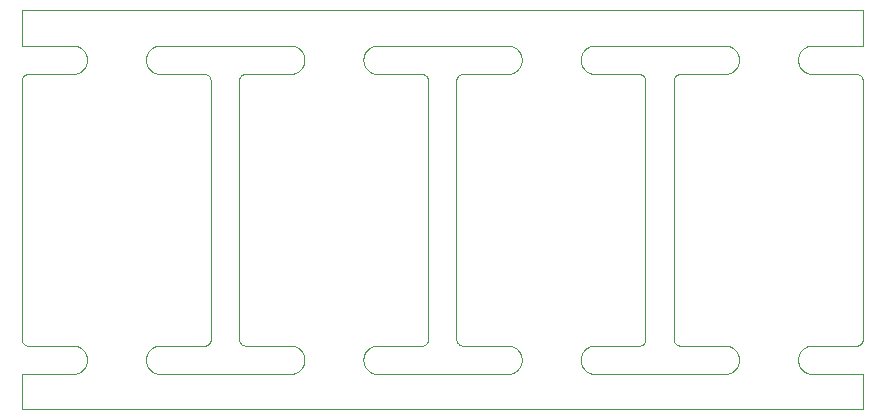
<source format=gko>
G04 #@! TF.GenerationSoftware,KiCad,Pcbnew,(6.0.6)*
G04 #@! TF.CreationDate,2022-08-31T11:07:13-07:00*
G04 #@! TF.ProjectId,kikit_panel,6b696b69-745f-4706-916e-656c2e6b6963,rev?*
G04 #@! TF.SameCoordinates,Original*
G04 #@! TF.FileFunction,Profile,NP*
%FSLAX46Y46*%
G04 Gerber Fmt 4.6, Leading zero omitted, Abs format (unit mm)*
G04 Created by KiCad (PCBNEW (6.0.6)) date 2022-08-31 11:07:13*
%MOMM*%
%LPD*%
G01*
G04 APERTURE LIST*
G04 #@! TA.AperFunction,Profile*
%ADD10C,0.100000*%
G04 #@! TD*
G04 APERTURE END LIST*
D10*
X51805847Y-20918626D02*
X51804335Y-20948257D01*
X85938241Y-43343321D02*
X85981708Y-43317764D01*
X20530313Y-44668390D02*
X20526016Y-44726640D01*
X80743483Y-19073359D02*
X80750632Y-19015391D01*
X80807315Y-45010897D02*
X80788993Y-44955437D01*
X37802140Y-18001436D02*
X37860390Y-18005733D01*
X80971935Y-43881119D02*
X81007869Y-43835073D01*
X57195233Y-44029039D02*
X57221494Y-44081210D01*
X51825794Y-20807334D02*
X51813056Y-20862227D01*
X30754299Y-43331093D02*
X30776131Y-43317485D01*
X44048005Y-45118789D02*
X44024336Y-45065392D01*
X44462623Y-18200553D02*
X44511969Y-18169305D01*
X38764444Y-43978219D02*
X38793233Y-44029039D01*
X33411056Y-42937772D02*
X33423794Y-42992665D01*
X15001937Y-15004355D02*
X15000000Y-15014726D01*
X37743627Y-45800000D02*
X26721872Y-45800000D01*
X30909023Y-20652413D02*
X30875670Y-20606992D01*
X26721872Y-43400000D02*
X30493689Y-43400000D01*
X20096676Y-45529880D02*
X20050630Y-45565814D01*
X26489593Y-18022868D02*
X26547141Y-18012882D01*
X62337186Y-44531609D02*
X62341483Y-44473359D01*
X33411056Y-20862227D02*
X33403847Y-20918626D01*
X26663359Y-45798563D02*
X26605109Y-45794266D01*
X15185406Y-20544844D02*
X15164427Y-20564785D01*
X75389204Y-43748545D02*
X75429479Y-43790846D01*
X67713023Y-20652413D02*
X67679670Y-20606992D01*
X25840020Y-20009153D02*
X25801869Y-19964926D01*
X38252539Y-45685744D02*
X38199142Y-45709413D01*
X20331196Y-45271126D02*
X20297564Y-45318880D01*
X38404876Y-43600553D02*
X38452630Y-43634185D01*
X75623494Y-44081210D02*
X75647163Y-44134607D01*
X25732303Y-45271126D02*
X25701055Y-45221780D01*
X26663359Y-20398563D02*
X26605109Y-20394266D01*
X15252413Y-43307023D02*
X15276977Y-43322334D01*
X70283922Y-20676540D02*
X70257575Y-20726925D01*
X52238867Y-20414679D02*
X52184196Y-20430296D01*
X62605869Y-18435073D02*
X62644020Y-18390846D01*
X38793233Y-45170960D02*
X38764444Y-45221780D01*
X38843163Y-18734607D02*
X38864184Y-18789102D01*
X20183204Y-18348545D02*
X20223479Y-18390846D01*
X57300084Y-18900854D02*
X57312881Y-18957843D01*
X20362444Y-43978219D02*
X20391233Y-44029039D01*
X30725459Y-20477922D02*
X30675074Y-20451575D01*
X63409109Y-20394266D02*
X63351141Y-20387117D01*
X33442160Y-20753524D02*
X33423794Y-20807334D01*
X20223479Y-20009153D02*
X20183204Y-20051454D01*
X74779906Y-18022868D02*
X74836895Y-18035665D01*
X85638899Y-20400000D02*
X81927872Y-20400000D01*
X43956618Y-19442156D02*
X43946632Y-19384608D01*
X51834459Y-43020282D02*
X51855363Y-43072614D01*
X80907055Y-45221780D02*
X80878266Y-45170960D01*
X57284506Y-19555437D02*
X57266184Y-19610897D01*
X38355530Y-18169305D02*
X38404876Y-18200553D01*
X38928016Y-44726640D02*
X38920867Y-44784608D01*
X81366789Y-18140516D02*
X81418960Y-18114255D01*
X44414869Y-20165814D02*
X44368823Y-20129880D01*
X52294335Y-20404737D02*
X52238867Y-20414679D01*
X20417494Y-44081210D02*
X20441163Y-44134607D01*
X75003142Y-20309413D02*
X74948647Y-20330434D01*
X62371415Y-18900854D02*
X62386993Y-18844562D01*
X67795919Y-42990066D02*
X67802315Y-42940049D01*
X49218593Y-20544844D02*
X49174511Y-20508932D01*
X57101564Y-19918880D02*
X57065630Y-19964926D01*
X30564636Y-43395814D02*
X30590066Y-43391919D01*
X38032895Y-20364334D02*
X37975906Y-20377131D01*
X75737750Y-44590122D02*
X75736313Y-44668390D01*
X30950636Y-20727385D02*
X30937889Y-20701399D01*
X80971935Y-19918880D02*
X80938303Y-19871126D01*
X86210991Y-20973787D02*
X86203326Y-20890838D01*
X81418960Y-18114255D02*
X81472357Y-18090586D01*
X57027479Y-20009153D02*
X56987204Y-20051454D01*
X86196273Y-15000000D02*
X15009867Y-15000116D01*
X37918358Y-20387117D02*
X37860390Y-20394266D01*
X30590066Y-43391919D02*
X30638691Y-43380635D01*
X45065359Y-18001436D02*
X45123872Y-18000000D01*
X30991919Y-42990066D02*
X30998315Y-42940049D01*
X49040691Y-43380635D02*
X49065237Y-43372933D01*
X80878266Y-19770960D02*
X80852005Y-19718789D01*
X56320358Y-20387117D02*
X56262390Y-20394266D01*
X33466110Y-43098600D02*
X33494697Y-43147163D01*
X20441163Y-18734607D02*
X20462184Y-18789102D01*
X62337186Y-19268390D02*
X62335750Y-19209877D01*
X26212960Y-43514255D02*
X26266357Y-43490586D01*
X81418960Y-45685744D02*
X81366789Y-45659483D01*
X15326925Y-43348424D02*
X15379717Y-43369540D01*
X80750632Y-19384608D02*
X80743483Y-19326640D01*
X15040348Y-20753053D02*
X15030296Y-20780196D01*
X56806876Y-18200553D02*
X56854630Y-18234185D01*
X37743627Y-20400000D02*
X33969332Y-20400000D01*
X37918358Y-18012882D02*
X37975906Y-18022868D01*
X75056539Y-43514255D02*
X75108710Y-43540516D01*
X19341627Y-20400000D02*
X15568736Y-20400000D01*
X52294335Y-43395262D02*
X52323131Y-43398190D01*
X15005617Y-48798818D02*
X15014726Y-48800000D01*
X19953530Y-18169305D02*
X20002876Y-18200553D01*
X19458390Y-45794266D02*
X19400140Y-45798563D01*
X37975906Y-20377131D02*
X37918358Y-20387117D01*
X81086295Y-20051454D02*
X81046020Y-20009153D01*
X70227794Y-42992665D02*
X70236459Y-43020282D01*
X19797142Y-18090586D02*
X19850539Y-18114255D01*
X75003142Y-18090586D02*
X75056539Y-18114255D01*
X63180312Y-18051243D02*
X63236604Y-18035665D01*
X80807315Y-18789102D02*
X80828336Y-18734607D01*
X33423794Y-20807334D02*
X33411056Y-20862227D01*
X44614960Y-45685744D02*
X44562789Y-45659483D01*
X26109969Y-43569305D02*
X26160789Y-43540516D01*
X70201000Y-36840185D02*
X70201000Y-42824305D01*
X43956618Y-44357843D02*
X43969415Y-44300854D01*
X20362444Y-45221780D02*
X20331196Y-45271126D01*
X15462227Y-20409056D02*
X15407334Y-20421794D01*
X33678977Y-43322334D02*
X33728925Y-43348424D01*
X38699564Y-43881119D02*
X38733196Y-43928873D01*
X19458390Y-20394266D02*
X19400140Y-20398563D01*
X62405315Y-44189102D02*
X62426336Y-44134607D01*
X56654539Y-18114255D02*
X56706710Y-18140516D01*
X38663630Y-43835073D02*
X38699564Y-43881119D01*
X30710054Y-43354205D02*
X30754299Y-43331093D01*
X62964789Y-20259483D02*
X62913969Y-20230694D01*
X25601315Y-19610897D02*
X25582993Y-19555437D01*
X81266623Y-43600553D02*
X81315969Y-43569305D01*
X26266357Y-18090586D02*
X26320852Y-18069565D01*
X20526016Y-19073359D02*
X20530313Y-19131609D01*
X45007109Y-18005733D02*
X45065359Y-18001436D01*
X26266357Y-43490586D02*
X26320852Y-43469565D01*
X43984993Y-44244562D02*
X44003315Y-44189102D01*
X75568444Y-19821780D02*
X75537196Y-19871126D01*
X38663630Y-45364926D02*
X38625479Y-45409153D01*
X70207847Y-20918626D02*
X70206335Y-20948257D01*
X44074266Y-19770960D02*
X44048005Y-19718789D01*
X67394066Y-43391919D02*
X67442691Y-43380635D01*
X56320358Y-45787117D02*
X56262390Y-45794266D01*
X15030296Y-20780196D02*
X15014793Y-20834374D01*
X67804943Y-20933062D02*
X67801262Y-20890335D01*
X15064110Y-43098600D02*
X15092697Y-43147163D01*
X38733196Y-18528873D02*
X38764444Y-18578219D01*
X70458836Y-20492697D02*
X70412992Y-20526329D01*
X38355530Y-43569305D02*
X38404876Y-43600553D01*
X25646005Y-44081210D02*
X25672266Y-44029039D01*
X81007869Y-19964926D02*
X80971935Y-19918880D01*
X33403847Y-20918626D02*
X33402335Y-20948257D01*
X51913232Y-20629080D02*
X51881922Y-20676540D01*
X38699564Y-18481119D02*
X38733196Y-18528873D01*
X26432604Y-20364334D02*
X26376312Y-20348756D01*
X80971935Y-45318880D02*
X80938303Y-45271126D01*
X57166444Y-43978219D02*
X57195233Y-44029039D01*
X75537196Y-18528873D02*
X75568444Y-18578219D01*
X85828282Y-20430459D02*
X85800665Y-20421794D01*
X81128596Y-45491729D02*
X81086295Y-45451454D01*
X81218869Y-43634185D02*
X81266623Y-43600553D01*
X44511969Y-20230694D02*
X44462623Y-20199446D01*
X86137093Y-43154299D02*
X86160417Y-43109593D01*
X26663359Y-43401436D02*
X26721872Y-43400000D01*
X48885373Y-20401847D02*
X48834899Y-20400000D01*
X57322867Y-19015391D02*
X57330016Y-19073359D01*
X20518867Y-19015391D02*
X20526016Y-19073359D01*
X62816869Y-45565814D02*
X62770823Y-45529880D01*
X75714881Y-44357843D02*
X75724867Y-44415391D01*
X49352636Y-20727385D02*
X49339889Y-20701399D01*
X86207039Y-45802229D02*
X86203077Y-45800356D01*
X15014793Y-20834374D02*
X15004673Y-20890838D01*
X38452630Y-20165814D02*
X38404876Y-20199446D01*
X15327385Y-20451363D02*
X15301399Y-20464110D01*
X86167839Y-20753524D02*
X86156424Y-20726925D01*
X67803996Y-42894249D02*
X67801000Y-36900299D01*
X80852005Y-18681210D02*
X80878266Y-18629039D01*
X75429479Y-43790846D02*
X75467630Y-43835073D01*
X20297564Y-45318880D02*
X20261630Y-45364926D01*
X56434895Y-45764334D02*
X56377906Y-45777131D01*
X52323831Y-20401737D02*
X52294335Y-20404737D01*
X44282295Y-45451454D02*
X44242020Y-45409153D01*
X74664390Y-20394266D02*
X74606140Y-20398563D01*
X26547141Y-18012882D02*
X26605109Y-18005733D01*
X81046020Y-20009153D02*
X81007869Y-19964926D01*
X57135196Y-45271126D02*
X57101564Y-45318880D01*
X62341483Y-19326640D02*
X62337186Y-19268390D01*
X75302676Y-43670119D02*
X75346903Y-43708270D01*
X26109969Y-45630694D02*
X26060623Y-45599446D01*
X81811109Y-45794266D02*
X81753141Y-45787117D01*
X48996665Y-20421794D02*
X48941273Y-20408967D01*
X44134303Y-18528873D02*
X44167935Y-18481119D01*
X20096676Y-18270119D02*
X20140903Y-18308270D01*
X62476266Y-45170960D02*
X62450005Y-45118789D01*
X62913969Y-18169305D02*
X62964789Y-18140516D01*
X75208876Y-18200553D02*
X75256630Y-18234185D01*
X38898084Y-44899145D02*
X38882506Y-44955437D01*
X38252539Y-18114255D02*
X38304710Y-18140516D01*
X38864184Y-44189102D02*
X38882506Y-44244562D01*
X25554618Y-44842156D02*
X25544632Y-44784608D01*
X86081670Y-20606992D02*
X86062816Y-20585030D01*
X25544632Y-19015391D02*
X25554618Y-18957843D01*
X15014726Y-18000000D02*
X19341627Y-18000000D01*
X38199142Y-43490586D02*
X38252539Y-43514255D01*
X44778312Y-45748756D02*
X44722852Y-45730434D01*
X45065359Y-20398563D02*
X45007109Y-20394266D01*
X62450005Y-19718789D02*
X62426336Y-19665392D01*
X62450005Y-45118789D02*
X62426336Y-45065392D01*
X70612847Y-43378065D02*
X70640867Y-43385320D01*
X15000000Y-15014726D02*
X15000000Y-17985273D01*
X49239572Y-20564785D02*
X49218593Y-20544844D01*
X81218869Y-20165814D02*
X81172823Y-20129880D01*
X80938303Y-18528873D02*
X80971935Y-18481119D01*
X85981708Y-43317764D02*
X86002823Y-43303067D01*
X38404876Y-20199446D02*
X38355530Y-20230694D01*
X38882506Y-44244562D02*
X38898084Y-44300854D01*
X45007109Y-45794266D02*
X44949141Y-45787117D01*
X25567415Y-44300854D02*
X25582993Y-44244562D01*
X25840020Y-43790846D02*
X25880295Y-43748545D01*
X81128596Y-20091729D02*
X81086295Y-20051454D01*
X67791206Y-20834374D02*
X67775540Y-20779717D01*
X57221494Y-19718789D02*
X57195233Y-19770960D01*
X70559524Y-43359839D02*
X70612847Y-43378065D01*
X75346903Y-18308270D02*
X75389204Y-18348545D01*
X81869359Y-20398563D02*
X81811109Y-20394266D01*
X43984993Y-19555437D02*
X43969415Y-19499145D01*
X80907055Y-19821780D02*
X80878266Y-19770960D01*
X15379717Y-43369540D02*
X15407334Y-43378205D01*
X15108932Y-20629488D02*
X15077922Y-20676540D01*
X56262390Y-20394266D02*
X56204140Y-20398563D01*
X19516358Y-20387117D02*
X19458390Y-20394266D01*
X75737750Y-19190122D02*
X75736313Y-19268390D01*
X44368823Y-20129880D02*
X44324596Y-20091729D01*
X37860390Y-45794266D02*
X37802140Y-45798563D01*
X19953530Y-45630694D02*
X19902710Y-45659483D01*
X67426282Y-20430459D02*
X67398665Y-20421794D01*
X63467359Y-20398563D02*
X63409109Y-20394266D01*
X81695593Y-45777131D02*
X81638604Y-45764334D01*
X33479922Y-20676540D02*
X33453575Y-20726925D01*
X19850539Y-20285744D02*
X19797142Y-20309413D01*
X56491187Y-20348756D02*
X56434895Y-20364334D01*
X81315969Y-18169305D02*
X81366789Y-18140516D01*
X75256630Y-45565814D02*
X75208876Y-45599446D01*
X20462184Y-45010897D02*
X20441163Y-45065392D01*
X38404876Y-18200553D02*
X38452630Y-18234185D01*
X15007922Y-45800356D02*
X15003960Y-45802229D01*
X20140903Y-18308270D02*
X20183204Y-18348545D01*
X25966823Y-43670119D02*
X26012869Y-43634185D01*
X75714881Y-18957843D02*
X75724867Y-19015391D01*
X44891593Y-20377131D02*
X44834604Y-20364334D01*
X33969332Y-20400000D02*
X33921499Y-20401771D01*
X75623494Y-19718789D02*
X75597233Y-19770960D01*
X45007109Y-20394266D02*
X44949141Y-20387117D01*
X62684295Y-18348545D02*
X62726596Y-18308270D01*
X81128596Y-18308270D02*
X81172823Y-18270119D01*
X80739186Y-44531609D02*
X80743483Y-44473359D01*
X62964789Y-43540516D02*
X63016960Y-43514255D01*
X25544632Y-44415391D02*
X25554618Y-44357843D01*
X20223479Y-43790846D02*
X20261630Y-43835073D01*
X44614960Y-20285744D02*
X44562789Y-20259483D01*
X57221494Y-44081210D02*
X57245163Y-44134607D01*
X63180312Y-43451243D02*
X63236604Y-43435665D01*
X62386993Y-44244562D02*
X62405315Y-44189102D01*
X20496084Y-19499145D02*
X20480506Y-19555437D01*
X75302676Y-20129880D02*
X75256630Y-20165814D01*
X49289940Y-43216366D02*
X49319485Y-43176131D01*
X80971935Y-18481119D02*
X81007869Y-18435073D01*
X20297564Y-43881119D02*
X20331196Y-43928873D01*
X86203326Y-20890838D02*
X86193320Y-20834867D01*
X85745467Y-43398374D02*
X85795567Y-43392008D01*
X37918358Y-45787117D02*
X37860390Y-45794266D01*
X25880295Y-18348545D02*
X25922596Y-18308270D01*
X37860390Y-18005733D02*
X37918358Y-18012882D01*
X38252539Y-43514255D02*
X38304710Y-43540516D01*
X26212960Y-18114255D02*
X26266357Y-18090586D01*
X26605109Y-43405733D02*
X26663359Y-43401436D01*
X74893187Y-20348756D02*
X74836895Y-20364334D01*
X43946632Y-19015391D02*
X43956618Y-18957843D01*
X19516358Y-18012882D02*
X19573906Y-18022868D01*
X26489593Y-43422868D02*
X26547141Y-43412882D01*
X25966823Y-45529880D02*
X25922596Y-45491729D01*
X75108710Y-45659483D02*
X75056539Y-45685744D01*
X25701055Y-18578219D02*
X25732303Y-18528873D01*
X57312881Y-44357843D02*
X57322867Y-44415391D01*
X74547627Y-45800000D02*
X63525872Y-45800000D01*
X57166444Y-45221780D02*
X57135196Y-45271126D01*
X80743483Y-44473359D02*
X80750632Y-44415391D01*
X75056539Y-18114255D02*
X75108710Y-18140516D01*
X81266623Y-20199446D02*
X81218869Y-20165814D01*
X63409109Y-18005733D02*
X63467359Y-18001436D01*
X81472357Y-45709413D02*
X81418960Y-45685744D01*
X19687187Y-18051243D02*
X19742647Y-18069565D01*
X81638604Y-45764334D02*
X81582312Y-45748756D01*
X56987204Y-43748545D02*
X57027479Y-43790846D01*
X25701055Y-19821780D02*
X25672266Y-19770960D01*
X20050630Y-18234185D02*
X20096676Y-18270119D01*
X20531750Y-44609877D02*
X20530313Y-44668390D01*
X74606140Y-18001436D02*
X74664390Y-18005733D01*
X62644020Y-43790846D02*
X62684295Y-43748545D01*
X57065630Y-19964926D02*
X57027479Y-20009153D01*
X80852005Y-44081210D02*
X80878266Y-44029039D01*
X62644020Y-20009153D02*
X62605869Y-19964926D01*
X62476266Y-44029039D02*
X62505055Y-43978219D01*
X81128596Y-43708270D02*
X81172823Y-43670119D01*
X86210382Y-17993023D02*
X86211000Y-17985273D01*
X43933750Y-44609877D02*
X43935186Y-44531609D01*
X20480506Y-44955437D02*
X20462184Y-45010897D01*
X51804335Y-20948257D02*
X51801000Y-42826274D01*
X30943087Y-43132691D02*
X30954417Y-43109593D01*
X70215056Y-20862227D02*
X70207847Y-20918626D01*
X33703399Y-20464110D02*
X33654836Y-20492697D01*
X63180312Y-45748756D02*
X63124852Y-45730434D01*
X56491187Y-45748756D02*
X56434895Y-45764334D01*
X70215056Y-42937772D02*
X70227794Y-42992665D01*
X75732016Y-19326640D02*
X75724867Y-19384608D01*
X25531750Y-19209877D02*
X25533186Y-19131609D01*
X75647163Y-44134607D02*
X75668184Y-44189102D01*
X20526016Y-44726640D02*
X20518867Y-44784608D01*
X44614960Y-43514255D02*
X44668357Y-43490586D01*
X62770823Y-20129880D02*
X62726596Y-20091729D01*
X44167935Y-45318880D02*
X44134303Y-45271126D01*
X49389206Y-20834374D02*
X49373540Y-20779717D01*
X75724867Y-19015391D02*
X75732016Y-19073359D01*
X33836867Y-43385320D02*
X33892335Y-43395262D01*
X38793233Y-44029039D02*
X38819494Y-44081210D01*
X70640867Y-43385320D02*
X70696335Y-43395262D01*
X62450005Y-18681210D02*
X62476266Y-18629039D01*
X67679670Y-20606992D02*
X67641572Y-20564785D01*
X86002823Y-43303067D02*
X86041510Y-43271522D01*
X26605109Y-20394266D02*
X26547141Y-20387117D01*
X38304710Y-45659483D02*
X38252539Y-45685744D01*
X63124852Y-20330434D02*
X63070357Y-20309413D01*
X63351141Y-20387117D02*
X63293593Y-20377131D01*
X56706710Y-20259483D02*
X56654539Y-20285744D01*
X63293593Y-45777131D02*
X63236604Y-45764334D01*
X44891593Y-18022868D02*
X44949141Y-18012882D01*
X20096676Y-43670119D02*
X20140903Y-43708270D01*
X38843163Y-45065392D02*
X38819494Y-45118789D01*
X44511969Y-18169305D02*
X44562789Y-18140516D01*
X26060623Y-45599446D02*
X26012869Y-45565814D01*
X43946632Y-44784608D02*
X43939483Y-44726640D01*
X19630895Y-20364334D02*
X19573906Y-20377131D01*
X74547627Y-43400000D02*
X74606140Y-43401436D01*
X26109969Y-18169305D02*
X26160789Y-18140516D01*
X56854630Y-43634185D02*
X56900676Y-43670119D01*
X25567415Y-19499145D02*
X25554618Y-19442156D01*
X67721485Y-43176131D02*
X67747087Y-43132691D01*
X81315969Y-45630694D02*
X81266623Y-45599446D01*
X75623494Y-45118789D02*
X75597233Y-45170960D01*
X67641572Y-20564785D02*
X67620593Y-20544844D01*
X15077922Y-20676540D02*
X15063876Y-20701848D01*
X57101564Y-43881119D02*
X57135196Y-43928873D01*
X70696335Y-43395262D02*
X70725131Y-43398190D01*
X15000971Y-48793939D02*
X15005617Y-48798818D01*
X56987204Y-20051454D02*
X56944903Y-20091729D01*
X44462623Y-43600553D02*
X44511969Y-43569305D01*
X63525872Y-45800000D02*
X63467359Y-45798563D01*
X30539772Y-20409056D02*
X30483373Y-20401847D01*
X19902710Y-43540516D02*
X19953530Y-43569305D01*
X86207039Y-17997770D02*
X86210382Y-17993023D01*
X57330016Y-44473359D02*
X57334313Y-44531609D01*
X70206335Y-20948257D02*
X70201000Y-36840185D01*
X33892335Y-43395262D02*
X33921131Y-43398190D01*
X75732016Y-19073359D02*
X75736313Y-19131609D01*
X74547627Y-20400000D02*
X70777768Y-20400000D01*
X44562789Y-20259483D02*
X44511969Y-20230694D01*
X49356417Y-43109593D02*
X49374933Y-43063237D01*
X49077074Y-20451575D02*
X49024282Y-20430459D01*
X57322867Y-44784608D02*
X57312881Y-44842156D01*
X57300084Y-19499145D02*
X57284506Y-19555437D01*
X85955163Y-20492697D02*
X85906600Y-20464110D01*
X49401000Y-20999629D02*
X49402852Y-20933337D01*
X38898084Y-18900854D02*
X38910881Y-18957843D01*
X30917764Y-43175708D02*
X30943087Y-43132691D01*
X81315969Y-20230694D02*
X81266623Y-20199446D01*
X70412992Y-43273670D02*
X70458413Y-43307023D01*
X80773415Y-44899145D02*
X80760618Y-44842156D01*
X74948647Y-20330434D02*
X74893187Y-20348756D01*
X63124852Y-43469565D02*
X63180312Y-43451243D01*
X57335750Y-44590122D02*
X57334313Y-44668390D01*
X44368823Y-45529880D02*
X44324596Y-45491729D01*
X15000000Y-17985273D02*
X15000617Y-17993023D01*
X26376312Y-20348756D02*
X26320852Y-20330434D01*
X63409109Y-45794266D02*
X63351141Y-45787117D01*
X57284506Y-44955437D02*
X57266184Y-45010897D01*
X25732303Y-18528873D02*
X25765935Y-18481119D01*
X19797142Y-45709413D02*
X19742647Y-45730434D01*
X74606140Y-43401436D02*
X74664390Y-43405733D01*
X15092697Y-43147163D02*
X15126329Y-43193007D01*
X44074266Y-18629039D02*
X44103055Y-18578219D01*
X57195233Y-18629039D02*
X57221494Y-18681210D01*
X51948844Y-20585406D02*
X51913232Y-20629080D01*
X74779906Y-45777131D02*
X74722358Y-45787117D01*
X56987204Y-45451454D02*
X56944903Y-45491729D01*
X70351183Y-43214969D02*
X70391030Y-43254816D01*
X56546647Y-45730434D02*
X56491187Y-45748756D01*
X75389204Y-18348545D02*
X75429479Y-18390846D01*
X67784635Y-43038691D02*
X67795919Y-42990066D01*
X56944903Y-45491729D02*
X56900676Y-45529880D01*
X63351141Y-18012882D02*
X63409109Y-18005733D01*
X38932313Y-44531609D02*
X38933750Y-44590122D01*
X26160789Y-45659483D02*
X26109969Y-45630694D01*
X70201474Y-42840487D02*
X70215056Y-42937772D01*
X20223479Y-18390846D02*
X20261630Y-18435073D01*
X44778312Y-20348756D02*
X44722852Y-20330434D01*
X63236604Y-45764334D02*
X63180312Y-45748756D01*
X30772511Y-20508932D02*
X30725459Y-20477922D01*
X57101564Y-18481119D02*
X57135196Y-18528873D01*
X38452630Y-43634185D02*
X38498676Y-43670119D01*
X86196273Y-45800000D02*
X81927872Y-45800000D01*
X75686506Y-19555437D02*
X75668184Y-19610897D01*
X74948647Y-18069565D02*
X75003142Y-18090586D01*
X70458413Y-43307023D02*
X70482977Y-43322334D01*
X62536303Y-43928873D02*
X62569935Y-43881119D01*
X86210028Y-15006060D02*
X86205382Y-15001181D01*
X15164427Y-20564785D02*
X15126650Y-20606599D01*
X52080977Y-43322334D02*
X52130925Y-43348424D01*
X81046020Y-43790846D02*
X81086295Y-43748545D01*
X62341483Y-44726640D02*
X62337186Y-44668390D01*
X81172823Y-45529880D02*
X81128596Y-45491729D01*
X74948647Y-43469565D02*
X75003142Y-43490586D01*
X67775540Y-20779717D02*
X67754636Y-20727385D01*
X56320358Y-18012882D02*
X56377906Y-18022868D01*
X44668357Y-18090586D02*
X44722852Y-18069565D01*
X44414869Y-43634185D02*
X44462623Y-43600553D01*
X63070357Y-18090586D02*
X63124852Y-18069565D01*
X44282295Y-18348545D02*
X44324596Y-18308270D01*
X33921499Y-20401771D02*
X33892335Y-20404737D01*
X86205382Y-15001181D02*
X86196273Y-15000000D01*
X43933750Y-19209877D02*
X43935186Y-19131609D01*
X26320852Y-45730434D02*
X26266357Y-45709413D01*
X48942010Y-43398305D02*
X48966636Y-43395814D01*
X57300084Y-44899145D02*
X57284506Y-44955437D01*
X48894206Y-43400000D02*
X48942010Y-43398305D01*
X44949141Y-18012882D02*
X45007109Y-18005733D01*
X56757530Y-45630694D02*
X56706710Y-45659483D01*
X63351141Y-45787117D02*
X63293593Y-45777131D01*
X75568444Y-18578219D02*
X75597233Y-18629039D01*
X44834604Y-45764334D02*
X44778312Y-45748756D01*
X15014726Y-48800000D02*
X86196273Y-48800000D01*
X52056836Y-20492697D02*
X52010992Y-20526329D01*
X25765935Y-18481119D02*
X25801869Y-18435073D01*
X81695593Y-18022868D02*
X81753141Y-18012882D01*
X86203077Y-45800356D02*
X86196273Y-45800000D01*
X25672266Y-45170960D02*
X25646005Y-45118789D01*
X85717161Y-20404673D02*
X85688868Y-20401809D01*
X44324596Y-43708270D02*
X44368823Y-43670119D01*
X38663630Y-18435073D02*
X38699564Y-18481119D01*
X67398665Y-20421794D02*
X67343273Y-20408967D01*
X44074266Y-44029039D02*
X44103055Y-43978219D01*
X38928016Y-44473359D02*
X38932313Y-44531609D01*
X74664390Y-18005733D02*
X74722358Y-18012882D01*
X20530313Y-44531609D02*
X20531750Y-44609877D01*
X44048005Y-44081210D02*
X44074266Y-44029039D01*
X75597233Y-19770960D02*
X75568444Y-19821780D01*
X80737750Y-44609877D02*
X80739186Y-44531609D01*
X56854630Y-18234185D02*
X56900676Y-18270119D01*
X56900676Y-45529880D02*
X56854630Y-45565814D01*
X62726596Y-43708270D02*
X62770823Y-43670119D01*
X80878266Y-18629039D02*
X80907055Y-18578219D01*
X38819494Y-44081210D02*
X38843163Y-44134607D01*
X86209818Y-48794382D02*
X86211000Y-48785273D01*
X81869359Y-18001436D02*
X81927872Y-18000000D01*
X80760618Y-44357843D02*
X80773415Y-44300854D01*
X62816869Y-20165814D02*
X62770823Y-20129880D01*
X25922596Y-20091729D02*
X25880295Y-20051454D01*
X49402852Y-20933337D02*
X49399262Y-20890335D01*
X25582993Y-18844562D02*
X25601315Y-18789102D01*
X67741889Y-20701399D02*
X67713023Y-20652413D01*
X57300084Y-44300854D02*
X57312881Y-44357843D01*
X51949183Y-43214969D02*
X51989030Y-43254816D01*
X86130334Y-20676977D02*
X86115023Y-20652413D01*
X30971540Y-20779717D02*
X30950636Y-20727385D01*
X52323131Y-43398190D02*
X52373100Y-43400000D01*
X45123872Y-18000000D02*
X56145627Y-18000000D01*
X56601142Y-45709413D02*
X56546647Y-45730434D01*
X62358618Y-44357843D02*
X62371415Y-44300854D01*
X86193320Y-20834867D02*
X86186065Y-20806847D01*
X19797142Y-20309413D02*
X19742647Y-20330434D01*
X81218869Y-45565814D02*
X81172823Y-45529880D01*
X57322867Y-19384608D02*
X57312881Y-19442156D01*
X52010992Y-43273670D02*
X52056413Y-43307023D01*
X19687187Y-45748756D02*
X19630895Y-45764334D01*
X81927872Y-18000000D02*
X86196273Y-18000000D01*
X74893187Y-43451243D02*
X74948647Y-43469565D01*
X62913969Y-20230694D02*
X62864623Y-20199446D01*
X48834899Y-20400000D02*
X45123872Y-20400000D01*
X62644020Y-18390846D02*
X62684295Y-18348545D01*
X75732016Y-44473359D02*
X75736313Y-44531609D01*
X38764444Y-19821780D02*
X38733196Y-19871126D01*
X15014726Y-45800000D02*
X15007922Y-45800356D01*
X62358618Y-18957843D02*
X62371415Y-18900854D01*
X86196273Y-48800000D02*
X86204939Y-48799028D01*
X43969415Y-19499145D02*
X43956618Y-19442156D01*
X62476266Y-19770960D02*
X62450005Y-19718789D01*
X74722358Y-45787117D02*
X74664390Y-45794266D01*
X20391233Y-45170960D02*
X20362444Y-45221780D01*
X25544632Y-44784608D02*
X25537483Y-44726640D01*
X19630895Y-43435665D02*
X19687187Y-43451243D01*
X56262390Y-18005733D02*
X56320358Y-18012882D01*
X70724694Y-20401854D02*
X70696335Y-20404737D01*
X63525872Y-43400000D02*
X67294656Y-43400000D01*
X44203869Y-19964926D02*
X44167935Y-19918880D01*
X80750632Y-44784608D02*
X80743483Y-44726640D01*
X75467630Y-19964926D02*
X75429479Y-20009153D01*
X25622336Y-45065392D02*
X25601315Y-45010897D01*
X44891593Y-43422868D02*
X44949141Y-43412882D01*
X51825794Y-42992665D02*
X51834459Y-43020282D01*
X86211000Y-48785273D02*
X86211000Y-45814726D01*
X45007109Y-43405733D02*
X45065359Y-43401436D01*
X20518867Y-44415391D02*
X20526016Y-44473359D01*
X81638604Y-43435665D02*
X81695593Y-43422868D01*
X26547141Y-20387117D02*
X26489593Y-20377131D01*
X62341483Y-44473359D02*
X62348632Y-44415391D01*
X20508881Y-19442156D02*
X20496084Y-19499145D01*
X37802140Y-45798563D02*
X37743627Y-45800000D01*
X30998315Y-42940049D02*
X31000001Y-42894449D01*
X15030459Y-43020282D02*
X15051363Y-43072614D01*
X30675074Y-20451575D02*
X30622282Y-20430459D01*
X38920867Y-44784608D02*
X38910881Y-44842156D01*
X75208876Y-45599446D02*
X75159530Y-45630694D01*
X67802315Y-42940049D02*
X67803996Y-42894249D01*
X33608992Y-43273670D02*
X33654413Y-43307023D01*
X19850539Y-18114255D02*
X19902710Y-18140516D01*
X62405315Y-45010897D02*
X62386993Y-44955437D01*
X75159530Y-43569305D02*
X75208876Y-43600553D01*
X44414869Y-18234185D02*
X44462623Y-18200553D01*
X70507399Y-20464110D02*
X70458836Y-20492697D01*
X49345087Y-43132691D02*
X49356417Y-43109593D01*
X56987204Y-18348545D02*
X57027479Y-18390846D01*
X45123872Y-45800000D02*
X45065359Y-45798563D01*
X75159530Y-45630694D02*
X75108710Y-45659483D01*
X57065630Y-18435073D02*
X57101564Y-18481119D01*
X44324596Y-20091729D02*
X44282295Y-20051454D01*
X25533186Y-19131609D02*
X25537483Y-19073359D01*
X38920867Y-44415391D02*
X38928016Y-44473359D01*
X44324596Y-45491729D02*
X44282295Y-45451454D01*
X38498676Y-20129880D02*
X38452630Y-20165814D01*
X86156424Y-20726925D02*
X86130334Y-20676977D01*
X75623494Y-18681210D02*
X75647163Y-18734607D01*
X62913969Y-45630694D02*
X62864623Y-45599446D01*
X62505055Y-45221780D02*
X62476266Y-45170960D01*
X33921131Y-43398190D02*
X33971100Y-43400000D01*
X80938303Y-45271126D02*
X80907055Y-45221780D01*
X86211000Y-15014726D02*
X86210028Y-15006060D01*
X67801000Y-21030331D02*
X67804943Y-20933062D01*
X74606140Y-45798563D02*
X74547627Y-45800000D01*
X75686506Y-44955437D02*
X75668184Y-45010897D01*
X67479074Y-20451575D02*
X67426282Y-20430459D01*
X38882506Y-44955437D02*
X38864184Y-45010897D01*
X75668184Y-19610897D02*
X75647163Y-19665392D01*
X74664390Y-45794266D02*
X74606140Y-45798563D01*
X80907055Y-43978219D02*
X80938303Y-43928873D01*
X51813056Y-20862227D02*
X51805847Y-20918626D01*
X86204315Y-42940049D02*
X86205993Y-42894149D01*
X75467630Y-18435073D02*
X75503564Y-18481119D01*
X37860390Y-20394266D02*
X37802140Y-20398563D01*
X56377906Y-45777131D02*
X56320358Y-45787117D01*
X19400140Y-20398563D02*
X19341627Y-20400000D01*
X51808673Y-42909161D02*
X51813056Y-42937772D01*
X44242020Y-20009153D02*
X44203869Y-19964926D01*
X44368823Y-18270119D02*
X44414869Y-18234185D01*
X62371415Y-19499145D02*
X62358618Y-19442156D01*
X38089187Y-18051243D02*
X38144647Y-18069565D01*
X81418960Y-20285744D02*
X81366789Y-20259483D01*
X51868110Y-43098600D02*
X51896697Y-43147163D01*
X20508881Y-44842156D02*
X20496084Y-44899145D01*
X57221494Y-18681210D02*
X57245163Y-18734607D01*
X15462227Y-43390943D02*
X15490838Y-43395326D01*
X81582312Y-20348756D02*
X81526852Y-20330434D01*
X38864184Y-18789102D02*
X38882506Y-18844562D01*
X38933750Y-44590122D02*
X38932313Y-44668390D01*
X44242020Y-43790846D02*
X44282295Y-43748545D01*
X30816366Y-43287940D02*
X30835886Y-43271183D01*
X44282295Y-20051454D02*
X44242020Y-20009153D01*
X85800665Y-20421794D02*
X85745772Y-20409056D01*
X75108710Y-20259483D02*
X75056539Y-20285744D01*
X26376312Y-43451243D02*
X26432604Y-43435665D01*
X62569935Y-18481119D02*
X62605869Y-18435073D01*
X57266184Y-18789102D02*
X57284506Y-18844562D01*
X15000000Y-20969119D02*
X15000855Y-42853983D01*
X51968785Y-20564427D02*
X51948844Y-20585406D01*
X75208876Y-20199446D02*
X75159530Y-20230694D01*
X67747087Y-43132691D02*
X67758417Y-43109593D01*
X49277670Y-20606992D02*
X49239572Y-20564785D01*
X25582993Y-44955437D02*
X25567415Y-44899145D01*
X19902710Y-18140516D02*
X19953530Y-18169305D01*
X19400140Y-45798563D02*
X19341627Y-45800000D01*
X44778312Y-18051243D02*
X44834604Y-18035665D01*
X81638604Y-18035665D02*
X81695593Y-18022868D01*
X44203869Y-18435073D02*
X44242020Y-18390846D01*
X62426336Y-18734607D02*
X62450005Y-18681210D01*
X38920867Y-19384608D02*
X38910881Y-19442156D01*
X20002876Y-20199446D02*
X19953530Y-20230694D01*
X25533186Y-44531609D02*
X25537483Y-44473359D01*
X38304710Y-43540516D02*
X38355530Y-43569305D01*
X75702084Y-19499145D02*
X75686506Y-19555437D01*
X30887940Y-43216366D02*
X30917764Y-43175708D01*
X44282295Y-43748545D02*
X44324596Y-43708270D01*
X62348632Y-44415391D02*
X62358618Y-44357843D01*
X44722852Y-20330434D02*
X44668357Y-20309413D01*
X20261630Y-18435073D02*
X20297564Y-18481119D01*
X56434895Y-18035665D02*
X56491187Y-18051243D01*
X51844160Y-20753524D02*
X51825794Y-20807334D01*
X74836895Y-20364334D02*
X74779906Y-20377131D01*
X38355530Y-45630694D02*
X38304710Y-45659483D01*
X20183204Y-43748545D02*
X20223479Y-43790846D01*
X74722358Y-20387117D02*
X74664390Y-20394266D01*
X75503564Y-19918880D02*
X75467630Y-19964926D01*
X25801869Y-19964926D02*
X25765935Y-19918880D01*
X20183204Y-45451454D02*
X20140903Y-45491729D01*
X86201000Y-36899127D02*
X86210991Y-20973787D01*
X57245163Y-19665392D02*
X57221494Y-19718789D01*
X44834604Y-18035665D02*
X44891593Y-18022868D01*
X43935186Y-19268390D02*
X43933750Y-19209877D01*
X67754636Y-20727385D02*
X67741889Y-20701399D01*
X44024336Y-18734607D02*
X44048005Y-18681210D01*
X49273183Y-43235886D02*
X49289940Y-43216366D01*
X38764444Y-18578219D02*
X38793233Y-18629039D01*
X51855363Y-43072614D02*
X51868110Y-43098600D01*
X44167935Y-18481119D02*
X44203869Y-18435073D01*
X44167935Y-19918880D02*
X44134303Y-19871126D01*
X75346903Y-43708270D02*
X75389204Y-43748545D01*
X49218366Y-43287940D02*
X49237886Y-43271183D01*
X30987206Y-20834374D02*
X30971540Y-20779717D01*
X70640867Y-20414679D02*
X70586196Y-20430296D01*
X33587030Y-20545183D02*
X33546844Y-20585406D01*
X81218869Y-18234185D02*
X81266623Y-18200553D01*
X38355530Y-20230694D02*
X38304710Y-20259483D01*
X62605869Y-45364926D02*
X62569935Y-45318880D01*
X67776933Y-43063237D02*
X67784635Y-43038691D01*
X44949141Y-43412882D02*
X45007109Y-43405733D01*
X43939483Y-19073359D02*
X43946632Y-19015391D01*
X86196273Y-18000000D02*
X86203077Y-17999643D01*
X67576511Y-20508932D02*
X67529459Y-20477922D01*
X25582993Y-44244562D02*
X25601315Y-44189102D01*
X49399262Y-20890335D02*
X49389206Y-20834374D01*
X20331196Y-43928873D02*
X20362444Y-43978219D01*
X30972933Y-43063237D02*
X30980635Y-43038691D01*
X25801869Y-43835073D02*
X25840020Y-43790846D01*
X25533186Y-44668390D02*
X25531750Y-44609877D01*
X85702373Y-43400000D02*
X85745467Y-43398374D01*
X74547627Y-18000000D02*
X74606140Y-18001436D01*
X75702084Y-18900854D02*
X75714881Y-18957843D01*
X49174511Y-20508932D02*
X49127459Y-20477922D01*
X56546647Y-20330434D02*
X56491187Y-20348756D01*
X44511969Y-43569305D02*
X44562789Y-43540516D01*
X26663359Y-18001436D02*
X26721872Y-18000000D01*
X25537483Y-44726640D02*
X25533186Y-44668390D01*
X80938303Y-19871126D02*
X80907055Y-19821780D01*
X26721872Y-18000000D02*
X37743627Y-18000000D01*
X56145627Y-43400000D02*
X56204140Y-43401436D01*
X19687187Y-43451243D02*
X19742647Y-43469565D01*
X38882506Y-19555437D02*
X38864184Y-19610897D01*
X81172823Y-18270119D02*
X81218869Y-18234185D01*
X62337186Y-19131609D02*
X62341483Y-19073359D01*
X70775100Y-43400000D02*
X74547627Y-43400000D01*
X81172823Y-20129880D02*
X81128596Y-20091729D01*
X62335750Y-19209877D02*
X62337186Y-19131609D01*
X57221494Y-45118789D02*
X57195233Y-45170960D01*
X75647163Y-18734607D02*
X75668184Y-18789102D01*
X30594665Y-20421794D02*
X30539772Y-20409056D01*
X62335750Y-44609877D02*
X62337186Y-44531609D01*
X38089187Y-43451243D02*
X38144647Y-43469565D01*
X38542903Y-45491729D02*
X38498676Y-45529880D01*
X75714881Y-44842156D02*
X75702084Y-44899145D01*
X43939483Y-44473359D02*
X43946632Y-44415391D01*
X75714881Y-19442156D02*
X75702084Y-19499145D01*
X20417494Y-19718789D02*
X20391233Y-19770960D01*
X26721872Y-20400000D02*
X26663359Y-20398563D01*
X38928016Y-19073359D02*
X38932313Y-19131609D01*
X15003960Y-45802229D02*
X15000617Y-45806976D01*
X19687187Y-20348756D02*
X19630895Y-20364334D01*
X51801000Y-42826274D02*
X51808673Y-42909161D01*
X26012869Y-45565814D02*
X25966823Y-45529880D01*
X75503564Y-43881119D02*
X75537196Y-43928873D01*
X80828336Y-18734607D02*
X80852005Y-18681210D01*
X81007869Y-45364926D02*
X80971935Y-45318880D01*
X56145627Y-18000000D02*
X56204140Y-18001436D01*
X74722358Y-18012882D02*
X74779906Y-18022868D01*
X56806876Y-45599446D02*
X56757530Y-45630694D01*
X19341627Y-43400000D02*
X19400140Y-43401436D01*
X57322867Y-44415391D02*
X57330016Y-44473359D01*
X44614960Y-18114255D02*
X44668357Y-18090586D01*
X57335750Y-19190122D02*
X57334313Y-19268390D01*
X57166444Y-18578219D02*
X57195233Y-18629039D01*
X19902710Y-20259483D02*
X19850539Y-20285744D01*
X43969415Y-18900854D02*
X43984993Y-18844562D01*
X44103055Y-45221780D02*
X44074266Y-45170960D01*
X20508881Y-44357843D02*
X20518867Y-44415391D01*
X75302676Y-18270119D02*
X75346903Y-18308270D01*
X38032895Y-18035665D02*
X38089187Y-18051243D01*
X70777768Y-20400000D02*
X70724694Y-20401854D01*
X45065359Y-45798563D02*
X45007109Y-45794266D01*
X62371415Y-44300854D02*
X62386993Y-44244562D01*
X30837572Y-20564785D02*
X30795400Y-20526650D01*
X75736313Y-19268390D02*
X75732016Y-19326640D01*
X26160789Y-18140516D02*
X26212960Y-18114255D01*
X63293593Y-18022868D02*
X63351141Y-18012882D01*
X44462623Y-20199446D02*
X44414869Y-20165814D01*
X81086295Y-43748545D02*
X81128596Y-43708270D01*
X81753141Y-45787117D02*
X81695593Y-45777131D01*
X30539709Y-43398336D02*
X30564636Y-43395814D01*
X26489593Y-45777131D02*
X26432604Y-45764334D01*
X38199142Y-20309413D02*
X38144647Y-20330434D01*
X57065630Y-45364926D02*
X57027479Y-45409153D01*
X49237886Y-43271183D02*
X49273183Y-43235886D01*
X19742647Y-43469565D02*
X19797142Y-43490586D01*
X38910881Y-44357843D02*
X38920867Y-44415391D01*
X15252836Y-20492697D02*
X15229080Y-20509232D01*
X49393919Y-42990066D02*
X49400315Y-42940049D01*
X75724867Y-44784608D02*
X75714881Y-44842156D01*
X70257575Y-20726925D02*
X70246160Y-20753524D01*
X38585204Y-43748545D02*
X38625479Y-43790846D01*
X20518867Y-44784608D02*
X20508881Y-44842156D01*
X44324596Y-18308270D02*
X44368823Y-18270119D01*
X62770823Y-45529880D02*
X62726596Y-45491729D01*
X81753141Y-18012882D02*
X81811109Y-18005733D01*
X75429479Y-20009153D02*
X75389204Y-20051454D01*
X20518867Y-19384608D02*
X20508881Y-19442156D01*
X75346903Y-45491729D02*
X75302676Y-45529880D01*
X20297564Y-18481119D02*
X20331196Y-18528873D01*
X62358618Y-19442156D02*
X62348632Y-19384608D01*
X85688868Y-20401809D02*
X85638899Y-20400000D01*
X86041510Y-43271522D02*
X86077183Y-43235886D01*
X20441163Y-44134607D02*
X20462184Y-44189102D01*
X56546647Y-18069565D02*
X56601142Y-18090586D01*
X81582312Y-43451243D02*
X81638604Y-43435665D01*
X74606140Y-20398563D02*
X74547627Y-20400000D01*
X63070357Y-45709413D02*
X63016960Y-45685744D01*
X62386993Y-19555437D02*
X62371415Y-19499145D01*
X57195233Y-19770960D02*
X57166444Y-19821780D01*
X44242020Y-18390846D02*
X44282295Y-18348545D01*
X26432604Y-43435665D02*
X26489593Y-43422868D01*
X20331196Y-18528873D02*
X20362444Y-18578219D01*
X26109969Y-20230694D02*
X26060623Y-20199446D01*
X38920867Y-19015391D02*
X38928016Y-19073359D01*
X80788993Y-44244562D02*
X80807315Y-44189102D01*
X56145627Y-45800000D02*
X45123872Y-45800000D01*
X75108710Y-18140516D02*
X75159530Y-18169305D01*
X38699564Y-45318880D02*
X38663630Y-45364926D01*
X25537483Y-44473359D02*
X25544632Y-44415391D01*
X15001748Y-42880400D02*
X15009056Y-42937772D01*
X38304710Y-20259483D02*
X38252539Y-20285744D01*
X25840020Y-45409153D02*
X25801869Y-45364926D01*
X63070357Y-43490586D02*
X63124852Y-43469565D01*
X75724867Y-19384608D02*
X75714881Y-19442156D01*
X75159530Y-20230694D02*
X75108710Y-20259483D01*
X33654413Y-43307023D02*
X33678977Y-43322334D01*
X44024336Y-44134607D02*
X44048005Y-44081210D01*
X52131385Y-20451363D02*
X52105399Y-20464110D01*
X81582312Y-45748756D02*
X81526852Y-45730434D01*
X80739186Y-19131609D02*
X80743483Y-19073359D01*
X26012869Y-43634185D02*
X26060623Y-43600553D01*
X62864623Y-45599446D02*
X62816869Y-45565814D01*
X43984993Y-44955437D02*
X43969415Y-44899145D01*
X74722358Y-43412882D02*
X74779906Y-43422868D01*
X81526852Y-20330434D02*
X81472357Y-20309413D01*
X20261630Y-19964926D02*
X20223479Y-20009153D01*
X81811109Y-18005733D02*
X81869359Y-18001436D01*
X62605869Y-43835073D02*
X62644020Y-43790846D01*
X62386993Y-18844562D02*
X62405315Y-18789102D01*
X33654836Y-20492697D02*
X33608992Y-20526329D01*
X25601315Y-44189102D02*
X25622336Y-44134607D01*
X80828336Y-45065392D02*
X80807315Y-45010897D01*
X81366789Y-20259483D02*
X81315969Y-20230694D01*
X62913969Y-43569305D02*
X62964789Y-43540516D01*
X33402335Y-20948257D02*
X33401000Y-42820862D01*
X62426336Y-44134607D02*
X62450005Y-44081210D01*
X85906600Y-20464110D02*
X85880614Y-20451363D01*
X62605869Y-19964926D02*
X62569935Y-19918880D01*
X25840020Y-18390846D02*
X25880295Y-18348545D01*
X57330016Y-19326640D02*
X57322867Y-19384608D01*
X75597233Y-18629039D02*
X75623494Y-18681210D01*
X25880295Y-20051454D02*
X25840020Y-20009153D01*
X49024282Y-20430459D02*
X48996665Y-20421794D01*
X70236459Y-43020282D02*
X70257363Y-43072614D01*
X62864623Y-18200553D02*
X62913969Y-18169305D01*
X57027479Y-45409153D02*
X56987204Y-45451454D01*
X57334313Y-19268390D02*
X57330016Y-19326640D01*
X67514054Y-43354205D02*
X67558299Y-43331093D01*
X51989030Y-43254816D02*
X52010992Y-43273670D01*
X30483373Y-20401847D02*
X30432899Y-20400000D01*
X25646005Y-19718789D02*
X25622336Y-19665392D01*
X20508881Y-18957843D02*
X20518867Y-19015391D01*
X44414869Y-45565814D02*
X44368823Y-45529880D01*
X86197919Y-42990066D02*
X86204315Y-42940049D01*
X49065237Y-43372933D02*
X49112054Y-43354205D01*
X56434895Y-43435665D02*
X56491187Y-43451243D01*
X81007869Y-43835073D02*
X81046020Y-43790846D01*
X62348632Y-19384608D02*
X62341483Y-19326640D01*
X56491187Y-43451243D02*
X56546647Y-43469565D01*
X38910881Y-19442156D02*
X38898084Y-19499145D01*
X70246160Y-20753524D02*
X70227794Y-20807334D01*
X63016960Y-43514255D02*
X63070357Y-43490586D01*
X80852005Y-19718789D02*
X80828336Y-19665392D01*
X75389204Y-45451454D02*
X75346903Y-45491729D01*
X44834604Y-20364334D02*
X44778312Y-20348756D01*
X25880295Y-43748545D02*
X25922596Y-43708270D01*
X63236604Y-18035665D02*
X63293593Y-18022868D01*
X56944903Y-43708270D02*
X56987204Y-43748545D01*
X86160417Y-43109593D02*
X86178933Y-43063237D01*
X25765935Y-19918880D02*
X25732303Y-19871126D01*
X33453363Y-43072614D02*
X33466110Y-43098600D01*
X67343273Y-20408967D02*
X67287373Y-20401847D01*
X19742647Y-20330434D02*
X19687187Y-20348756D01*
X62726596Y-45491729D02*
X62684295Y-45451454D01*
X25922596Y-43708270D02*
X25966823Y-43670119D01*
X44134303Y-19871126D02*
X44103055Y-19821780D01*
X20183204Y-20051454D02*
X20140903Y-20091729D01*
X26320852Y-20330434D02*
X26266357Y-20309413D01*
X75108710Y-43540516D02*
X75159530Y-43569305D01*
X38144647Y-45730434D02*
X38089187Y-45748756D01*
X67639886Y-43271183D02*
X67675183Y-43235886D01*
X38032895Y-43435665D02*
X38089187Y-43451243D01*
X19341627Y-18000000D02*
X19400140Y-18001436D01*
X62770823Y-18270119D02*
X62816869Y-18234185D01*
X80739186Y-44668390D02*
X80737750Y-44609877D01*
X56601142Y-43490586D02*
X56654539Y-43514255D01*
X81266623Y-45599446D02*
X81218869Y-45565814D01*
X52370028Y-20400000D02*
X52323831Y-20401737D01*
X70391030Y-43254816D02*
X70412992Y-43273670D01*
X25537483Y-19073359D02*
X25544632Y-19015391D01*
X56204140Y-20398563D02*
X56145627Y-20400000D01*
X56900676Y-43670119D02*
X56944903Y-43708270D01*
X70412992Y-20526329D02*
X70370785Y-20564427D01*
X44134303Y-45271126D02*
X44103055Y-45221780D01*
X81526852Y-18069565D02*
X81582312Y-18051243D01*
X62569935Y-45318880D02*
X62536303Y-45271126D01*
X80737750Y-19190122D02*
X80739186Y-19131609D01*
X81638604Y-20364334D02*
X81582312Y-20348756D01*
X38542903Y-18308270D02*
X38585204Y-18348545D01*
X26721872Y-45800000D02*
X26663359Y-45798563D01*
X57312881Y-44842156D02*
X57300084Y-44899145D01*
X26432604Y-18035665D02*
X26489593Y-18022868D01*
X63070357Y-20309413D02*
X63016960Y-20285744D01*
X19516358Y-43412882D02*
X19573906Y-43422868D01*
X57334313Y-19131609D02*
X57335750Y-19190122D01*
X15407334Y-20421794D02*
X15379717Y-20430459D01*
X62505055Y-19821780D02*
X62476266Y-19770960D01*
X44003315Y-19610897D02*
X43984993Y-19555437D01*
X81418960Y-43514255D02*
X81472357Y-43490586D01*
X57027479Y-43790846D02*
X57065630Y-43835073D01*
X25880295Y-45451454D02*
X25840020Y-45409153D01*
X81927872Y-45800000D02*
X81869359Y-45798563D01*
X56806876Y-43600553D02*
X56854630Y-43634185D01*
X75429479Y-45409153D02*
X75389204Y-45451454D01*
X38843163Y-44134607D02*
X38864184Y-44189102D01*
X44562789Y-18140516D02*
X44614960Y-18114255D01*
X15051363Y-43072614D02*
X15064110Y-43098600D01*
X15004673Y-20890838D02*
X15001809Y-20919131D01*
X75686506Y-44244562D02*
X75702084Y-44300854D01*
X80938303Y-43928873D02*
X80971935Y-43881119D01*
X74893187Y-45748756D02*
X74836895Y-45764334D01*
X56320358Y-43412882D02*
X56377906Y-43422868D01*
X63016960Y-45685744D02*
X62964789Y-45659483D01*
X26547141Y-45787117D02*
X26489593Y-45777131D01*
X25672266Y-44029039D02*
X25701055Y-43978219D01*
X38452630Y-45565814D02*
X38404876Y-45599446D01*
X44103055Y-18578219D02*
X44134303Y-18528873D01*
X70201000Y-42824305D02*
X70201474Y-42840487D01*
X52210847Y-43378065D02*
X52238867Y-43385320D01*
X20526016Y-44473359D02*
X20530313Y-44531609D01*
X85868758Y-43373097D02*
X85892883Y-43364162D01*
X81086295Y-18348545D02*
X81128596Y-18308270D01*
X49311023Y-20652413D02*
X49277670Y-20606992D01*
X86022593Y-20544844D02*
X85978919Y-20509232D01*
X20480506Y-19555437D02*
X20462184Y-19610897D01*
X38252539Y-20285744D02*
X38199142Y-20309413D01*
X75537196Y-45271126D02*
X75503564Y-45318880D01*
X56706710Y-43540516D02*
X56757530Y-43569305D01*
X44074266Y-45170960D02*
X44048005Y-45118789D01*
X20362444Y-19821780D02*
X20331196Y-19871126D01*
X33729385Y-20451363D02*
X33703399Y-20464110D01*
X20462184Y-18789102D02*
X20480506Y-18844562D01*
X52056413Y-43307023D02*
X52080977Y-43322334D01*
X81366789Y-45659483D02*
X81315969Y-45630694D01*
X25922596Y-18308270D02*
X25966823Y-18270119D01*
X26266357Y-20309413D02*
X26212960Y-20285744D01*
X62684295Y-20051454D02*
X62644020Y-20009153D01*
X43946632Y-44415391D02*
X43956618Y-44357843D01*
X62337186Y-44668390D02*
X62335750Y-44609877D01*
X38932313Y-19268390D02*
X38928016Y-19326640D01*
X25701055Y-43978219D02*
X25732303Y-43928873D01*
X57330016Y-19073359D02*
X57334313Y-19131609D01*
X75302676Y-45529880D02*
X75256630Y-45565814D01*
X26160789Y-20259483D02*
X26109969Y-20230694D01*
X67529459Y-20477922D02*
X67479074Y-20451575D01*
X19742647Y-18069565D02*
X19797142Y-18090586D01*
X38898084Y-44300854D02*
X38910881Y-44357843D01*
X30937889Y-20701399D02*
X30909023Y-20652413D01*
X62569935Y-19918880D02*
X62536303Y-19871126D01*
X85795567Y-43392008D02*
X85820767Y-43386829D01*
X56546647Y-43469565D02*
X56601142Y-43490586D01*
X56900676Y-20129880D02*
X56854630Y-20165814D01*
X38793233Y-18629039D02*
X38819494Y-18681210D01*
X30835886Y-43271183D02*
X30871183Y-43235886D01*
X56757530Y-43569305D02*
X56806876Y-43600553D01*
X33546844Y-20585406D02*
X33510932Y-20629488D01*
X75256630Y-20165814D02*
X75208876Y-20199446D01*
X30622282Y-20430459D02*
X30594665Y-20421794D01*
X86062816Y-20585030D02*
X86022593Y-20544844D01*
X56204140Y-43401436D02*
X56262390Y-43405733D01*
X44048005Y-18681210D02*
X44074266Y-18629039D01*
X38625479Y-18390846D02*
X38663630Y-18435073D01*
X45123872Y-43400000D02*
X48894206Y-43400000D01*
X85820767Y-43386829D02*
X85868758Y-43373097D01*
X15000000Y-45814726D02*
X15000000Y-48785273D01*
X25601315Y-45010897D02*
X25582993Y-44955437D01*
X74779906Y-43422868D02*
X74836895Y-43435665D01*
X74836895Y-45764334D02*
X74779906Y-45777131D01*
X33494697Y-43147163D02*
X33528329Y-43193007D01*
X62536303Y-19871126D02*
X62505055Y-19821780D01*
X75647163Y-45065392D02*
X75623494Y-45118789D01*
X49374933Y-43063237D02*
X49382635Y-43038691D01*
X62864623Y-20199446D02*
X62816869Y-20165814D01*
X57065630Y-43835073D02*
X57101564Y-43881119D01*
X70298697Y-43147163D02*
X70332329Y-43193007D01*
X48966636Y-43395814D02*
X48992066Y-43391919D01*
X80878266Y-44029039D02*
X80907055Y-43978219D01*
X44134303Y-43928873D02*
X44167935Y-43881119D01*
X86186635Y-43038691D02*
X86197919Y-42990066D01*
X75568444Y-45221780D02*
X75537196Y-45271126D01*
X62405315Y-18789102D02*
X62426336Y-18734607D01*
X25646005Y-18681210D02*
X25672266Y-18629039D01*
X48941273Y-20408967D02*
X48885373Y-20401847D01*
X62964789Y-45659483D02*
X62913969Y-45630694D01*
X15126650Y-20606599D02*
X15108932Y-20629488D01*
X30795400Y-20526650D02*
X30772511Y-20508932D01*
X85745772Y-20409056D02*
X85717161Y-20404673D01*
X49112054Y-43354205D02*
X49156299Y-43331093D01*
X20441163Y-19665392D02*
X20417494Y-19718789D01*
X52184196Y-20430296D02*
X52131385Y-20451363D01*
X56654539Y-43514255D02*
X56706710Y-43540516D01*
X20297564Y-19918880D02*
X20261630Y-19964926D01*
X67467237Y-43372933D02*
X67514054Y-43354205D01*
X70332329Y-43193007D02*
X70351183Y-43214969D01*
X25567415Y-18900854D02*
X25582993Y-18844562D01*
X86093940Y-43216366D02*
X86123485Y-43176131D01*
X44668357Y-45709413D02*
X44614960Y-45685744D01*
X44891593Y-45777131D02*
X44834604Y-45764334D01*
X25537483Y-19326640D02*
X25533186Y-19268390D01*
X37975906Y-18022868D02*
X38032895Y-18035665D01*
X44203869Y-43835073D02*
X44242020Y-43790846D01*
X81315969Y-43569305D02*
X81366789Y-43540516D01*
X30980635Y-43038691D02*
X30991919Y-42990066D01*
X19573906Y-20377131D02*
X19516358Y-20387117D01*
X33510932Y-20629488D02*
X33479922Y-20676540D01*
X57135196Y-18528873D02*
X57166444Y-18578219D01*
X56377906Y-18022868D02*
X56434895Y-18035665D01*
X75597233Y-44029039D02*
X75623494Y-44081210D01*
X57266184Y-19610897D02*
X57245163Y-19665392D01*
X38625479Y-20009153D02*
X38585204Y-20051454D01*
X38733196Y-19871126D02*
X38699564Y-19918880D01*
X20050630Y-20165814D02*
X20002876Y-20199446D01*
X57166444Y-19821780D02*
X57135196Y-19871126D01*
X86115023Y-20652413D02*
X86081670Y-20606992D01*
X15009056Y-42937772D02*
X15021794Y-42992665D01*
X38585204Y-18348545D02*
X38625479Y-18390846D01*
X62371415Y-44899145D02*
X62358618Y-44842156D01*
X75668184Y-44189102D02*
X75686506Y-44244562D01*
X67620366Y-43287940D02*
X67639886Y-43271183D01*
X43939483Y-19326640D02*
X43935186Y-19268390D01*
X49127459Y-20477922D02*
X49077074Y-20451575D01*
X38793233Y-19770960D02*
X38764444Y-19821780D01*
X20531750Y-19209877D02*
X20530313Y-19268390D01*
X75702084Y-44899145D02*
X75686506Y-44955437D01*
X75736313Y-44668390D02*
X75732016Y-44726640D01*
X57245163Y-44134607D02*
X57266184Y-44189102D01*
X20496084Y-44899145D02*
X20480506Y-44955437D01*
X62505055Y-18578219D02*
X62536303Y-18528873D01*
X56654539Y-20285744D02*
X56601142Y-20309413D01*
X15000617Y-45806976D02*
X15000000Y-45814726D01*
X45065359Y-43401436D02*
X45123872Y-43400000D01*
X26266357Y-45709413D02*
X26212960Y-45685744D01*
X49401998Y-42894349D02*
X49401000Y-20999629D01*
X56806876Y-20199446D02*
X56757530Y-20230694D01*
X67294656Y-43400000D02*
X67344276Y-43398278D01*
X63293593Y-20377131D02*
X63236604Y-20364334D01*
X52105399Y-20464110D02*
X52056836Y-20492697D01*
X56706710Y-18140516D02*
X56757530Y-18169305D01*
X44722852Y-43469565D02*
X44778312Y-43451243D01*
X74779906Y-20377131D02*
X74722358Y-20387117D01*
X15000617Y-17993023D02*
X15003960Y-17997770D01*
X44668357Y-20309413D02*
X44614960Y-20285744D01*
X37975906Y-45777131D02*
X37918358Y-45787117D01*
X38144647Y-43469565D02*
X38199142Y-43490586D01*
X81927872Y-20400000D02*
X81869359Y-20398563D01*
X26012869Y-18234185D02*
X26060623Y-18200553D01*
X67236899Y-20400000D02*
X63525872Y-20400000D01*
X43935186Y-44668390D02*
X43933750Y-44609877D01*
X26060623Y-43600553D02*
X26109969Y-43569305D01*
X80852005Y-45118789D02*
X80828336Y-45065392D01*
X75256630Y-18234185D02*
X75302676Y-18270119D01*
X38819494Y-18681210D02*
X38843163Y-18734607D01*
X57284506Y-18844562D02*
X57300084Y-18900854D01*
X57245163Y-18734607D02*
X57266184Y-18789102D01*
X80743483Y-44726640D02*
X80739186Y-44668390D01*
X25732303Y-19871126D02*
X25701055Y-19821780D01*
X25701055Y-45221780D02*
X25672266Y-45170960D01*
X67691940Y-43216366D02*
X67721485Y-43176131D01*
X81869359Y-45798563D02*
X81811109Y-45794266D01*
X38843163Y-19665392D02*
X38819494Y-19718789D01*
X38144647Y-18069565D02*
X38199142Y-18090586D01*
X56900676Y-18270119D02*
X56944903Y-18308270D01*
X57027479Y-18390846D02*
X57065630Y-18435073D01*
X62405315Y-19610897D02*
X62386993Y-19555437D01*
X19573906Y-43422868D02*
X19630895Y-43435665D01*
X38144647Y-20330434D02*
X38089187Y-20348756D01*
X80907055Y-18578219D02*
X80938303Y-18528873D01*
X25567415Y-44899145D02*
X25554618Y-44842156D01*
X57334313Y-44668390D02*
X57330016Y-44726640D01*
X56601142Y-20309413D02*
X56546647Y-20330434D01*
X56944903Y-18308270D02*
X56987204Y-18348545D01*
X33608992Y-20526329D02*
X33587030Y-20545183D01*
X44722852Y-18069565D02*
X44778312Y-18051243D01*
X19573906Y-45777131D02*
X19516358Y-45787117D01*
X43935186Y-19131609D02*
X43939483Y-19073359D01*
X49373540Y-20779717D02*
X49352636Y-20727385D01*
X25533186Y-19268390D02*
X25531750Y-19209877D01*
X26605109Y-18005733D02*
X26663359Y-18001436D01*
X81366789Y-43540516D02*
X81418960Y-43514255D01*
X44562789Y-43540516D02*
X44614960Y-43514255D01*
X38932313Y-19131609D02*
X38933750Y-19190122D01*
X25531750Y-44609877D02*
X25533186Y-44531609D01*
X86186065Y-20806847D02*
X86167839Y-20753524D01*
X80828336Y-44134607D02*
X80852005Y-44081210D01*
X74836895Y-18035665D02*
X74893187Y-18051243D01*
X43939483Y-44726640D02*
X43935186Y-44668390D01*
X25801869Y-18435073D02*
X25840020Y-18390846D01*
X33528329Y-43193007D02*
X33547183Y-43214969D01*
X37975906Y-43422868D02*
X38032895Y-43435665D01*
X44003315Y-45010897D02*
X43984993Y-44955437D01*
X33808847Y-43378065D02*
X33836867Y-43385320D01*
X44003315Y-18789102D02*
X44024336Y-18734607D01*
X62684295Y-43748545D02*
X62726596Y-43708270D01*
X81869359Y-43401436D02*
X81927872Y-43400000D01*
X67620593Y-20544844D02*
X67576511Y-20508932D01*
X63124852Y-45730434D02*
X63070357Y-45709413D01*
X74948647Y-45730434D02*
X74893187Y-45748756D01*
X38089187Y-45748756D02*
X38032895Y-45764334D01*
X31000001Y-42894449D02*
X31001004Y-20933285D01*
X15003960Y-17997770D02*
X15007922Y-17999643D01*
X15490838Y-43395326D02*
X15519131Y-43398190D01*
X20480506Y-44244562D02*
X20496084Y-44300854D01*
X38910881Y-44842156D02*
X38898084Y-44899145D01*
X19850539Y-45685744D02*
X19797142Y-45709413D01*
X20391233Y-19770960D02*
X20362444Y-19821780D01*
X38542903Y-20091729D02*
X38498676Y-20129880D01*
X70696335Y-20404737D02*
X70640867Y-20414679D01*
X37918358Y-43412882D02*
X37975906Y-43422868D01*
X51896697Y-43147163D02*
X51930329Y-43193007D01*
X75429479Y-18390846D02*
X75467630Y-18435073D01*
X62450005Y-44081210D02*
X62476266Y-44029039D01*
X20417494Y-45118789D02*
X20391233Y-45170960D01*
X81526852Y-43469565D02*
X81582312Y-43451243D01*
X81472357Y-20309413D02*
X81418960Y-20285744D01*
X62816869Y-18234185D02*
X62864623Y-18200553D01*
X15301399Y-20464110D02*
X15252836Y-20492697D01*
X20002876Y-18200553D02*
X20050630Y-18234185D01*
X75467630Y-43835073D02*
X75503564Y-43881119D01*
X20140903Y-20091729D02*
X20096676Y-20129880D01*
X56262390Y-43405733D02*
X56320358Y-43412882D01*
X44834604Y-43435665D02*
X44891593Y-43422868D01*
X75537196Y-43928873D02*
X75568444Y-43978219D01*
X15145183Y-43214969D02*
X15185030Y-43254816D01*
X38928016Y-19326640D02*
X38920867Y-19384608D01*
X30776131Y-43317485D02*
X30816366Y-43287940D01*
X75597233Y-45170960D02*
X75568444Y-45221780D01*
X81753141Y-43412882D02*
X81811109Y-43405733D01*
X38542903Y-43708270D02*
X38585204Y-43748545D01*
X80750632Y-19015391D02*
X80760618Y-18957843D01*
X25601315Y-18789102D02*
X25622336Y-18734607D01*
X19341627Y-45800000D02*
X15014726Y-45800000D01*
X19902710Y-45659483D02*
X19850539Y-45685744D01*
X86205993Y-42894149D02*
X86201000Y-36899127D01*
X74893187Y-18051243D02*
X74948647Y-18069565D01*
X62426336Y-19665392D02*
X62405315Y-19610897D01*
X25801869Y-45364926D02*
X25765935Y-45318880D01*
X31001004Y-20933285D02*
X30997262Y-20890335D01*
X63467359Y-43401436D02*
X63525872Y-43400000D01*
X81753141Y-20387117D02*
X81695593Y-20377131D01*
X20140903Y-45491729D02*
X20096676Y-45529880D01*
X57195233Y-45170960D02*
X57166444Y-45221780D01*
X75668184Y-18789102D02*
X75686506Y-18844562D01*
X44949141Y-45787117D02*
X44891593Y-45777131D01*
X37743627Y-43400000D02*
X37802140Y-43401436D01*
X80788993Y-18844562D02*
X80807315Y-18789102D01*
X38452630Y-18234185D02*
X38498676Y-18270119D01*
X80807315Y-19610897D02*
X80788993Y-19555437D01*
X75503564Y-18481119D02*
X75537196Y-18528873D01*
X62864623Y-43600553D02*
X62913969Y-43569305D01*
X43935186Y-44531609D02*
X43939483Y-44473359D01*
X33971100Y-43400000D02*
X37743627Y-43400000D01*
X67801000Y-36900299D02*
X67801000Y-21030331D01*
X38498676Y-45529880D02*
X38452630Y-45565814D01*
X33401000Y-42820862D02*
X33403726Y-42880147D01*
X67344276Y-43398278D02*
X67368636Y-43395814D01*
X75159530Y-18169305D02*
X75208876Y-18200553D01*
X38585204Y-20051454D02*
X38542903Y-20091729D01*
X26212960Y-45685744D02*
X26160789Y-45659483D01*
X37860390Y-43405733D02*
X37918358Y-43412882D01*
X26605109Y-45794266D02*
X26547141Y-45787117D01*
X38089187Y-20348756D02*
X38032895Y-20364334D01*
X75732016Y-44726640D02*
X75724867Y-44784608D01*
X75256630Y-43634185D02*
X75302676Y-43670119D01*
X38625479Y-45409153D02*
X38585204Y-45451454D01*
X25672266Y-18629039D02*
X25701055Y-18578219D01*
X57135196Y-19871126D02*
X57101564Y-19918880D01*
X38032895Y-45764334D02*
X37975906Y-45777131D01*
X33755524Y-43359839D02*
X33808847Y-43378065D01*
X15005617Y-15001181D02*
X15001937Y-15004355D01*
X44003315Y-44189102D02*
X44024336Y-44134607D01*
X26432604Y-45764334D02*
X26376312Y-45748756D01*
X56757530Y-20230694D02*
X56706710Y-20259483D01*
X20362444Y-18578219D02*
X20391233Y-18629039D01*
X38933750Y-19190122D02*
X38932313Y-19268390D01*
X51813056Y-42937772D02*
X51825794Y-42992665D01*
X62348632Y-19015391D02*
X62358618Y-18957843D01*
X49156299Y-43331093D02*
X49178131Y-43317485D01*
X62964789Y-18140516D02*
X63016960Y-18114255D01*
X38764444Y-45221780D02*
X38733196Y-45271126D01*
X30997262Y-20890335D02*
X30987206Y-20834374D01*
X75736313Y-44531609D02*
X75737750Y-44590122D01*
X15276977Y-43322334D02*
X15326925Y-43348424D01*
X25966823Y-20129880D02*
X25922596Y-20091729D01*
X56204140Y-45798563D02*
X56145627Y-45800000D01*
X49339889Y-20701399D02*
X49311023Y-20652413D01*
X44722852Y-45730434D02*
X44668357Y-45709413D01*
X57330016Y-44726640D02*
X57322867Y-44784608D01*
X33728925Y-43348424D02*
X33755524Y-43359839D01*
X52157524Y-43359839D02*
X52210847Y-43378065D01*
X48992066Y-43391919D02*
X49040691Y-43380635D01*
X57266184Y-45010897D02*
X57245163Y-45065392D01*
X70350844Y-20585406D02*
X70315232Y-20629080D01*
X26160789Y-43540516D02*
X26212960Y-43514255D01*
X25732303Y-43928873D02*
X25765935Y-43881119D01*
X75003142Y-45709413D02*
X74948647Y-45730434D01*
X70227794Y-20807334D02*
X70215056Y-20862227D01*
X26060623Y-20199446D02*
X26012869Y-20165814D01*
X62816869Y-43634185D02*
X62864623Y-43600553D01*
X57312881Y-18957843D02*
X57322867Y-19015391D01*
X51930329Y-43193007D02*
X51949183Y-43214969D01*
X26376312Y-45748756D02*
X26320852Y-45730434D01*
X80788993Y-19555437D02*
X80773415Y-19499145D01*
X38498676Y-18270119D02*
X38542903Y-18308270D01*
X25622336Y-44134607D02*
X25646005Y-44081210D01*
X75736313Y-19131609D02*
X75737750Y-19190122D01*
X56377906Y-20377131D02*
X56320358Y-20387117D01*
X25966823Y-18270119D02*
X26012869Y-18234185D01*
X25544632Y-19384608D02*
X25537483Y-19326640D01*
X80773415Y-18900854D02*
X80788993Y-18844562D01*
X81046020Y-18390846D02*
X81086295Y-18348545D01*
X33453575Y-20726925D02*
X33442160Y-20753524D01*
X26547141Y-43412882D02*
X26605109Y-43405733D01*
X75668184Y-45010897D02*
X75647163Y-45065392D01*
X70315232Y-20629080D02*
X70283922Y-20676540D01*
X56434895Y-20364334D02*
X56377906Y-20377131D01*
X38199142Y-18090586D02*
X38252539Y-18114255D01*
X30954417Y-43109593D02*
X30972933Y-43063237D01*
X30875670Y-20606992D02*
X30837572Y-20564785D01*
X62684295Y-45451454D02*
X62644020Y-45409153D01*
X86211000Y-45814726D02*
X86210382Y-45806976D01*
X43956618Y-18957843D02*
X43969415Y-18900854D01*
X15490838Y-20404673D02*
X15462227Y-20409056D01*
X80760618Y-18957843D02*
X80773415Y-18900854D01*
X62726596Y-20091729D02*
X62684295Y-20051454D01*
X38699564Y-19918880D02*
X38663630Y-19964926D01*
X20261630Y-45364926D02*
X20223479Y-45409153D01*
X20002876Y-43600553D02*
X20050630Y-43634185D01*
X15206992Y-43273670D02*
X15252413Y-43307023D01*
X19953530Y-43569305D02*
X20002876Y-43600553D01*
X67675183Y-43235886D02*
X67691940Y-43216366D01*
X33892335Y-20404737D02*
X33836867Y-20414679D01*
X15569100Y-43400000D02*
X19341627Y-43400000D01*
X67580131Y-43317485D02*
X67620366Y-43287940D01*
X63351141Y-43412882D02*
X63409109Y-43405733D01*
X20050630Y-43634185D02*
X20096676Y-43670119D01*
X80760618Y-19442156D02*
X80750632Y-19384608D01*
X49178131Y-43317485D02*
X49218366Y-43287940D01*
X44668357Y-43490586D02*
X44722852Y-43469565D01*
X70370785Y-20564427D02*
X70350844Y-20585406D01*
X67287373Y-20401847D02*
X67236899Y-20400000D01*
X38864184Y-45010897D02*
X38843163Y-45065392D01*
X44024336Y-19665392D02*
X44003315Y-19610897D01*
X20530313Y-19131609D02*
X20531750Y-19209877D01*
X25554618Y-44357843D02*
X25567415Y-44300854D01*
X15126329Y-43193007D02*
X15145183Y-43214969D01*
X19458390Y-43405733D02*
X19516358Y-43412882D01*
X26320852Y-18069565D02*
X26376312Y-18051243D01*
X25582993Y-19555437D02*
X25567415Y-19499145D01*
X44103055Y-19821780D02*
X44074266Y-19770960D01*
X19797142Y-43490586D02*
X19850539Y-43514255D01*
X30663237Y-43372933D02*
X30710054Y-43354205D01*
X75056539Y-45685744D02*
X75003142Y-45709413D01*
X57266184Y-44189102D02*
X57284506Y-44244562D01*
X74664390Y-43405733D02*
X74722358Y-43412882D01*
X75467630Y-45364926D02*
X75429479Y-45409153D01*
X19630895Y-45764334D02*
X19573906Y-45777131D01*
X44949141Y-20387117D02*
X44891593Y-20377131D01*
X44167935Y-43881119D02*
X44203869Y-43835073D01*
X75568444Y-43978219D02*
X75597233Y-44029039D01*
X20331196Y-19871126D02*
X20297564Y-19918880D01*
X19953530Y-20230694D02*
X19902710Y-20259483D01*
X70257363Y-43072614D02*
X70270110Y-43098600D01*
X30638691Y-43380635D02*
X30663237Y-43372933D01*
X80828336Y-19665392D02*
X80807315Y-19610897D01*
X57312881Y-19442156D02*
X57300084Y-19499145D01*
X62426336Y-45065392D02*
X62405315Y-45010897D01*
X80878266Y-45170960D02*
X80852005Y-45118789D01*
X75056539Y-20285744D02*
X75003142Y-20309413D01*
X51881922Y-20676540D02*
X51855575Y-20726925D01*
X26489593Y-20377131D02*
X26432604Y-20364334D01*
X80788993Y-44955437D02*
X80773415Y-44899145D01*
X63467359Y-45798563D02*
X63409109Y-45794266D01*
X62536303Y-45271126D02*
X62505055Y-45221780D01*
X43956618Y-44842156D02*
X43946632Y-44784608D01*
X74836895Y-43435665D02*
X74893187Y-43451243D01*
X38304710Y-18140516D02*
X38355530Y-18169305D01*
X86211000Y-17985273D02*
X86211000Y-15014726D01*
X38898084Y-19499145D02*
X38882506Y-19555437D01*
X44242020Y-45409153D02*
X44203869Y-45364926D01*
X19400140Y-43401436D02*
X19458390Y-43405733D01*
X38625479Y-43790846D02*
X38663630Y-43835073D01*
X49319485Y-43176131D02*
X49345087Y-43132691D01*
X15379717Y-20430459D02*
X15327385Y-20451363D01*
X38932313Y-44668390D02*
X38928016Y-44726640D01*
X67368636Y-43395814D02*
X67394066Y-43391919D01*
X15229080Y-20509232D02*
X15185406Y-20544844D01*
X37743627Y-18000000D02*
X37802140Y-18001436D01*
X75647163Y-19665392D02*
X75623494Y-19718789D01*
X62341483Y-19073359D02*
X62348632Y-19015391D01*
X19573906Y-18022868D02*
X19630895Y-18035665D01*
X15519201Y-20401802D02*
X15490838Y-20404673D01*
X33836867Y-20414679D02*
X33782196Y-20430296D01*
X81811109Y-43405733D02*
X81869359Y-43401436D01*
X52238867Y-43385320D02*
X52294335Y-43395262D01*
X81266623Y-18200553D02*
X81315969Y-18169305D01*
X56944903Y-20091729D02*
X56900676Y-20129880D01*
X70270110Y-43098600D02*
X70298697Y-43147163D01*
X38733196Y-45271126D02*
X38699564Y-45318880D01*
X80743483Y-19326640D02*
X80739186Y-19268390D01*
X15568736Y-20400000D02*
X15519201Y-20401802D01*
X85880614Y-20451363D02*
X85828282Y-20430459D01*
X56377906Y-43422868D02*
X56434895Y-43435665D01*
X19458390Y-18005733D02*
X19516358Y-18012882D01*
X62770823Y-43670119D02*
X62816869Y-43634185D01*
X45123872Y-20400000D02*
X45065359Y-20398563D01*
X67758417Y-43109593D02*
X67776933Y-43063237D01*
X43969415Y-44300854D02*
X43984993Y-44244562D01*
X81046020Y-45409153D02*
X81007869Y-45364926D01*
X62358618Y-44842156D02*
X62348632Y-44784608D01*
X20417494Y-18681210D02*
X20441163Y-18734607D01*
X62386993Y-44955437D02*
X62371415Y-44899145D01*
X57101564Y-45318880D02*
X57065630Y-45364926D01*
X63236604Y-43435665D02*
X63293593Y-43422868D01*
X70482977Y-43322334D02*
X70532925Y-43348424D01*
X67801262Y-20890335D02*
X67791206Y-20834374D01*
X25622336Y-19665392D02*
X25601315Y-19610897D01*
X33403726Y-42880147D02*
X33411056Y-42937772D01*
X25554618Y-18957843D02*
X25567415Y-18900854D01*
X38498676Y-43670119D02*
X38542903Y-43708270D01*
X81472357Y-18090586D02*
X81526852Y-18069565D01*
X43946632Y-19384608D02*
X43939483Y-19326640D01*
X26376312Y-18051243D02*
X26432604Y-18035665D01*
X25646005Y-45118789D02*
X25622336Y-45065392D01*
X20140903Y-43708270D02*
X20183204Y-43748545D01*
X81582312Y-18051243D02*
X81638604Y-18035665D01*
X57245163Y-45065392D02*
X57221494Y-45118789D01*
X80739186Y-19268390D02*
X80737750Y-19190122D01*
X80760618Y-44842156D02*
X80750632Y-44784608D01*
X56491187Y-18051243D02*
X56546647Y-18069565D01*
X25765935Y-43881119D02*
X25801869Y-43835073D01*
X19400140Y-18001436D02*
X19458390Y-18005733D01*
X81007869Y-18435073D02*
X81046020Y-18390846D01*
X38882506Y-18844562D02*
X38898084Y-18900854D01*
X15001809Y-20919131D02*
X15000000Y-20969119D01*
X33782196Y-20430296D02*
X33729385Y-20451363D01*
X56145627Y-20400000D02*
X52370028Y-20400000D01*
X63180312Y-20348756D02*
X63124852Y-20330434D01*
X20096676Y-20129880D02*
X20050630Y-20165814D01*
X70533385Y-20451363D02*
X70507399Y-20464110D01*
X33432459Y-43020282D02*
X33453363Y-43072614D01*
X25622336Y-18734607D02*
X25646005Y-18681210D01*
X26320852Y-43469565D02*
X26376312Y-43451243D01*
X30493689Y-43400000D02*
X30539709Y-43398336D01*
X80773415Y-19499145D02*
X80760618Y-19442156D01*
X44048005Y-19718789D02*
X44024336Y-19665392D01*
X30871183Y-43235886D02*
X30887940Y-43216366D01*
X81526852Y-45730434D02*
X81472357Y-45709413D01*
X38733196Y-43928873D02*
X38764444Y-43978219D01*
X43984993Y-18844562D02*
X44003315Y-18789102D01*
X44462623Y-45599446D02*
X44414869Y-45565814D01*
X62476266Y-18629039D02*
X62505055Y-18578219D01*
X75537196Y-19871126D02*
X75503564Y-19918880D01*
X44368823Y-43670119D02*
X44414869Y-43634185D01*
X81695593Y-43422868D02*
X81753141Y-43412882D01*
X20441163Y-45065392D02*
X20417494Y-45118789D01*
X15519131Y-43398190D02*
X15569100Y-43400000D01*
X44778312Y-43451243D02*
X44834604Y-43435665D01*
X57334313Y-44531609D02*
X57335750Y-44590122D01*
X38819494Y-19718789D02*
X38793233Y-19770960D01*
X15407334Y-43378205D02*
X15462227Y-43390943D01*
X80807315Y-44189102D02*
X80828336Y-44134607D01*
X19850539Y-43514255D02*
X19902710Y-43540516D01*
X43969415Y-44899145D02*
X43956618Y-44842156D01*
X25922596Y-45491729D02*
X25880295Y-45451454D01*
X38910881Y-18957843D02*
X38920867Y-19015391D01*
X44203869Y-45364926D02*
X44167935Y-45318880D01*
X67558299Y-43331093D02*
X67580131Y-43317485D01*
X38585204Y-45451454D02*
X38542903Y-45491729D01*
X37802140Y-43401436D02*
X37860390Y-43405733D01*
X44024336Y-45065392D02*
X44003315Y-45010897D01*
X49400315Y-42940049D02*
X49401998Y-42894349D01*
X63293593Y-43422868D02*
X63351141Y-43412882D01*
X20496084Y-44300854D02*
X20508881Y-44357843D01*
X63016960Y-20285744D02*
X62964789Y-20259483D01*
X62505055Y-43978219D02*
X62536303Y-43928873D01*
X75003142Y-43490586D02*
X75056539Y-43514255D01*
X62569935Y-43881119D02*
X62605869Y-43835073D01*
X80773415Y-44300854D02*
X80788993Y-44244562D01*
X86204939Y-48799028D02*
X86209818Y-48794382D01*
X20002876Y-45599446D02*
X19953530Y-45630694D01*
X33587030Y-43254816D02*
X33608992Y-43273670D01*
X20391233Y-44029039D02*
X20417494Y-44081210D01*
X62536303Y-18528873D02*
X62569935Y-18481119D01*
X63016960Y-18114255D02*
X63070357Y-18090586D01*
X81695593Y-20377131D02*
X81638604Y-20364334D01*
X15000855Y-42853983D02*
X15001748Y-42880400D01*
X81172823Y-43670119D02*
X81218869Y-43634185D01*
X25672266Y-19770960D02*
X25646005Y-19718789D01*
X63236604Y-20364334D02*
X63180312Y-20348756D01*
X52373100Y-43400000D02*
X56145627Y-43400000D01*
X86077183Y-43235886D02*
X86093940Y-43216366D01*
X86178933Y-43063237D02*
X86186635Y-43038691D01*
X19516358Y-45787117D02*
X19458390Y-45794266D01*
X15009867Y-15000116D02*
X15005617Y-15001181D01*
X63409109Y-43405733D02*
X63467359Y-43401436D01*
X51855575Y-20726925D02*
X51844160Y-20753524D01*
X26060623Y-18200553D02*
X26109969Y-18169305D01*
X57135196Y-43928873D02*
X57166444Y-43978219D01*
X75702084Y-44300854D02*
X75714881Y-44357843D01*
X19742647Y-45730434D02*
X19687187Y-45748756D01*
X20496084Y-18900854D02*
X20508881Y-18957843D01*
X25554618Y-19442156D02*
X25544632Y-19384608D01*
X20223479Y-45409153D02*
X20183204Y-45451454D01*
X33547183Y-43214969D02*
X33587030Y-43254816D01*
X80750632Y-44415391D02*
X80760618Y-44357843D01*
X81472357Y-43490586D02*
X81526852Y-43469565D01*
X20050630Y-45565814D02*
X20002876Y-45599446D01*
X70725131Y-43398190D02*
X70775100Y-43400000D01*
X63525872Y-18000000D02*
X74547627Y-18000000D01*
X56854630Y-45565814D02*
X56806876Y-45599446D01*
X38819494Y-45118789D02*
X38793233Y-45170960D01*
X26012869Y-20165814D02*
X25966823Y-20129880D01*
X26212960Y-20285744D02*
X26160789Y-20259483D01*
X86210382Y-45806976D02*
X86207039Y-45802229D01*
X20462184Y-44189102D02*
X20480506Y-44244562D01*
X20462184Y-19610897D02*
X20441163Y-19665392D01*
X75686506Y-18844562D02*
X75702084Y-18900854D01*
X44103055Y-43978219D02*
X44134303Y-43928873D01*
X75389204Y-20051454D02*
X75346903Y-20091729D01*
X20261630Y-43835073D02*
X20297564Y-43881119D01*
X37802140Y-20398563D02*
X37743627Y-20400000D01*
X19630895Y-18035665D02*
X19687187Y-18051243D01*
X38199142Y-45709413D02*
X38144647Y-45730434D01*
X20391233Y-18629039D02*
X20417494Y-18681210D01*
X56204140Y-18001436D02*
X56262390Y-18005733D01*
X56262390Y-45794266D02*
X56204140Y-45798563D01*
X44562789Y-45659483D02*
X44511969Y-45630694D01*
X86203077Y-17999643D02*
X86207039Y-17997770D01*
X62726596Y-18308270D02*
X62770823Y-18270119D01*
X30432899Y-20400000D02*
X26721872Y-20400000D01*
X85978919Y-20509232D02*
X85955163Y-20492697D01*
X63525872Y-20400000D02*
X63467359Y-20398563D01*
X75208876Y-43600553D02*
X75256630Y-43634185D01*
X75724867Y-44415391D02*
X75732016Y-44473359D01*
X49382635Y-43038691D02*
X49393919Y-42990066D01*
X67442691Y-43380635D02*
X67467237Y-43372933D01*
X86123485Y-43176131D02*
X86137093Y-43154299D01*
X38663630Y-19964926D02*
X38625479Y-20009153D01*
X56854630Y-20165814D02*
X56806876Y-20199446D01*
X20526016Y-19326640D02*
X20518867Y-19384608D01*
X81811109Y-20394266D02*
X81753141Y-20387117D01*
X25765935Y-45318880D02*
X25732303Y-45271126D01*
X85892883Y-43364162D02*
X85938241Y-43343321D01*
X20480506Y-18844562D02*
X20496084Y-18900854D01*
X38404876Y-45599446D02*
X38355530Y-45630694D01*
X56757530Y-18169305D02*
X56806876Y-18200553D01*
X63124852Y-18069565D02*
X63180312Y-18051243D01*
X70532925Y-43348424D02*
X70559524Y-43359839D01*
X38864184Y-19610897D02*
X38843163Y-19665392D01*
X62348632Y-44784608D02*
X62341483Y-44726640D01*
X62644020Y-45409153D02*
X62605869Y-45364926D01*
X52130925Y-43348424D02*
X52157524Y-43359839D01*
X15063876Y-20701848D02*
X15040348Y-20753053D01*
X56706710Y-45659483D02*
X56654539Y-45685744D01*
X15185030Y-43254816D02*
X15206992Y-43273670D01*
X75346903Y-20091729D02*
X75302676Y-20129880D01*
X15000000Y-48785273D02*
X15000971Y-48793939D01*
X52010992Y-20526329D02*
X51968785Y-20564427D01*
X57284506Y-44244562D02*
X57300084Y-44300854D01*
X81927872Y-43400000D02*
X85702373Y-43400000D01*
X70586196Y-20430296D02*
X70533385Y-20451363D01*
X20530313Y-19268390D02*
X20526016Y-19326640D01*
X63467359Y-18001436D02*
X63525872Y-18000000D01*
X15021794Y-42992665D02*
X15030459Y-43020282D01*
X33423794Y-42992665D02*
X33432459Y-43020282D01*
X81086295Y-45451454D02*
X81046020Y-45409153D01*
X15007922Y-17999643D02*
X15014726Y-18000000D01*
X44511969Y-45630694D02*
X44462623Y-45599446D01*
X75503564Y-45318880D02*
X75467630Y-45364926D01*
X56601142Y-18090586D02*
X56654539Y-18114255D01*
X56654539Y-45685744D02*
X56601142Y-45709413D01*
M02*

</source>
